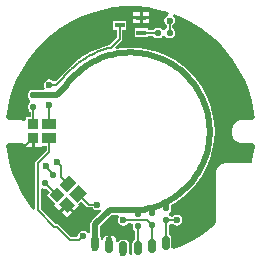
<source format=gtl>
G04*
G04 #@! TF.GenerationSoftware,Altium Limited,Altium Designer,20.0.13 (296)*
G04*
G04 Layer_Physical_Order=1*
G04 Layer_Color=255*
%FSLAX25Y25*%
%MOIN*%
G70*
G01*
G75*
%ADD10C,0.00787*%
%ADD11C,0.00591*%
G04:AMPARAMS|DCode=12|XSize=21.65mil|YSize=21.65mil|CornerRadius=5.41mil|HoleSize=0mil|Usage=FLASHONLY|Rotation=180.000|XOffset=0mil|YOffset=0mil|HoleType=Round|Shape=RoundedRectangle|*
%AMROUNDEDRECTD12*
21,1,0.02165,0.01083,0,0,180.0*
21,1,0.01083,0.02165,0,0,180.0*
1,1,0.01083,-0.00541,0.00541*
1,1,0.01083,0.00541,0.00541*
1,1,0.01083,0.00541,-0.00541*
1,1,0.01083,-0.00541,-0.00541*
%
%ADD12ROUNDEDRECTD12*%
G04:AMPARAMS|DCode=13|XSize=21.65mil|YSize=21.65mil|CornerRadius=5.41mil|HoleSize=0mil|Usage=FLASHONLY|Rotation=135.000|XOffset=0mil|YOffset=0mil|HoleType=Round|Shape=RoundedRectangle|*
%AMROUNDEDRECTD13*
21,1,0.02165,0.01083,0,0,135.0*
21,1,0.01083,0.02165,0,0,135.0*
1,1,0.01083,0.00000,0.00766*
1,1,0.01083,0.00766,0.00000*
1,1,0.01083,0.00000,-0.00766*
1,1,0.01083,-0.00766,0.00000*
%
%ADD13ROUNDEDRECTD13*%
%ADD14R,0.03347X0.01772*%
G04:AMPARAMS|DCode=15|XSize=21.65mil|YSize=21.65mil|CornerRadius=5.41mil|HoleSize=0mil|Usage=FLASHONLY|Rotation=90.000|XOffset=0mil|YOffset=0mil|HoleType=Round|Shape=RoundedRectangle|*
%AMROUNDEDRECTD15*
21,1,0.02165,0.01083,0,0,90.0*
21,1,0.01083,0.02165,0,0,90.0*
1,1,0.01083,0.00541,0.00541*
1,1,0.01083,0.00541,-0.00541*
1,1,0.01083,-0.00541,-0.00541*
1,1,0.01083,-0.00541,0.00541*
%
%ADD15ROUNDEDRECTD15*%
G04:AMPARAMS|DCode=16|XSize=23.62mil|YSize=47.24mil|CornerRadius=5.91mil|HoleSize=0mil|Usage=FLASHONLY|Rotation=180.000|XOffset=0mil|YOffset=0mil|HoleType=Round|Shape=RoundedRectangle|*
%AMROUNDEDRECTD16*
21,1,0.02362,0.03543,0,0,180.0*
21,1,0.01181,0.04724,0,0,180.0*
1,1,0.01181,-0.00591,0.01772*
1,1,0.01181,0.00591,0.01772*
1,1,0.01181,0.00591,-0.01772*
1,1,0.01181,-0.00591,-0.01772*
%
%ADD16ROUNDEDRECTD16*%
%ADD17R,0.03740X0.03819*%
%ADD18R,0.04528X0.03819*%
%ADD19R,0.03740X0.03347*%
%ADD20R,0.04528X0.03347*%
G04:AMPARAMS|DCode=21|XSize=33.47mil|YSize=45.28mil|CornerRadius=0mil|HoleSize=0mil|Usage=FLASHONLY|Rotation=315.000|XOffset=0mil|YOffset=0mil|HoleType=Round|Shape=Rectangle|*
%AMROTATEDRECTD21*
4,1,4,-0.02784,-0.00418,0.00418,0.02784,0.02784,0.00418,-0.00418,-0.02784,-0.02784,-0.00418,0.0*
%
%ADD21ROTATEDRECTD21*%

G04:AMPARAMS|DCode=22|XSize=33.47mil|YSize=37.4mil|CornerRadius=0mil|HoleSize=0mil|Usage=FLASHONLY|Rotation=315.000|XOffset=0mil|YOffset=0mil|HoleType=Round|Shape=Rectangle|*
%AMROTATEDRECTD22*
4,1,4,-0.02506,-0.00139,0.00139,0.02506,0.02506,0.00139,-0.00139,-0.02506,-0.02506,-0.00139,0.0*
%
%ADD22ROTATEDRECTD22*%

G04:AMPARAMS|DCode=23|XSize=38.19mil|YSize=45.28mil|CornerRadius=0mil|HoleSize=0mil|Usage=FLASHONLY|Rotation=315.000|XOffset=0mil|YOffset=0mil|HoleType=Round|Shape=Rectangle|*
%AMROTATEDRECTD23*
4,1,4,-0.02951,-0.00251,0.00251,0.02951,0.02951,0.00251,-0.00251,-0.02951,-0.02951,-0.00251,0.0*
%
%ADD23ROTATEDRECTD23*%

G04:AMPARAMS|DCode=24|XSize=37.4mil|YSize=38.19mil|CornerRadius=0mil|HoleSize=0mil|Usage=FLASHONLY|Rotation=225.000|XOffset=0mil|YOffset=0mil|HoleType=Round|Shape=Rectangle|*
%AMROTATEDRECTD24*
4,1,4,-0.00028,0.02673,0.02673,-0.00028,0.00028,-0.02673,-0.02673,0.00028,-0.00028,0.02673,0.0*
%
%ADD24ROTATEDRECTD24*%

%ADD38C,0.01968*%
%ADD39C,0.02362*%
G36*
X5719Y41352D02*
X9478Y40655D01*
X12603Y39774D01*
X12735Y39564D01*
X12356Y38685D01*
X12301Y38674D01*
X11715Y38283D01*
X11323Y37697D01*
X11186Y37006D01*
X11323Y36314D01*
X11715Y35728D01*
X12089Y35478D01*
Y34497D01*
X12009Y34482D01*
X11635Y34231D01*
X11447Y33950D01*
X11024Y33900D01*
X10600Y33950D01*
X10413Y34231D01*
X10038Y34482D01*
X9596Y34569D01*
X8514D01*
X8072Y34482D01*
X7698Y34231D01*
X7448Y33857D01*
X7432Y33777D01*
X5906D01*
Y34350D01*
X1378D01*
Y31398D01*
X5906D01*
Y31971D01*
X7432D01*
X7448Y31891D01*
X7698Y31517D01*
X8072Y31266D01*
X8514Y31179D01*
X9596D01*
X10038Y31266D01*
X10413Y31517D01*
X10600Y31798D01*
X11024Y31848D01*
X11447Y31798D01*
X11635Y31517D01*
X12009Y31266D01*
X12451Y31179D01*
X13533D01*
X13975Y31266D01*
X14349Y31517D01*
X14600Y31891D01*
X14687Y32333D01*
Y33415D01*
X14600Y33857D01*
X14349Y34231D01*
X13975Y34482D01*
X13895Y34497D01*
Y35478D01*
X14269Y35728D01*
X14661Y36314D01*
X14798Y37006D01*
X14661Y37697D01*
X14269Y38283D01*
X14042Y38434D01*
X14407Y39138D01*
X16727Y38248D01*
X20156Y36557D01*
X23416Y34560D01*
X26479Y32272D01*
X29321Y29715D01*
X31916Y26908D01*
X34244Y23875D01*
X36285Y20642D01*
X38021Y17235D01*
X39439Y13685D01*
X40525Y10019D01*
X41272Y6270D01*
X41442Y4650D01*
X41403Y4569D01*
X40905Y4016D01*
X40828Y3968D01*
X37402D01*
X37323Y3952D01*
X37244Y3960D01*
X36860Y3922D01*
X36634Y3854D01*
X36403Y3808D01*
X35693Y3514D01*
X35173Y3166D01*
X34629Y2623D01*
X34629Y2623D01*
X34281Y2102D01*
X34281Y2102D01*
X33988Y1392D01*
X33942Y1161D01*
X33873Y935D01*
X33835Y551D01*
X33843Y472D01*
X33827Y394D01*
Y-394D01*
X33843Y-472D01*
X33835Y-551D01*
X33873Y-935D01*
X33942Y-1161D01*
X33988Y-1392D01*
X34281Y-2102D01*
X34629Y-2623D01*
X35173Y-3166D01*
X35173Y-3166D01*
X35693Y-3514D01*
X35693Y-3514D01*
X36403Y-3808D01*
X36634Y-3854D01*
X36860Y-3922D01*
X37244Y-3960D01*
X37323Y-3952D01*
X37402Y-3968D01*
X40828D01*
X40905Y-4015D01*
X41403Y-4569D01*
X41442Y-4650D01*
X41394Y-5111D01*
X41185Y-6587D01*
X40923Y-8055D01*
X40609Y-9514D01*
X40426Y-10236D01*
X40426Y-10236D01*
X40411Y-10295D01*
X40345Y-10397D01*
X40249Y-10471D01*
X40134Y-10510D01*
X31920D01*
X31842Y-10526D01*
X31763Y-10518D01*
X31379Y-10556D01*
X31153Y-10624D01*
X30922Y-10670D01*
X30213Y-10964D01*
X29692Y-11312D01*
X29149Y-11855D01*
X29149Y-11855D01*
X28800Y-12376D01*
X28800Y-12376D01*
X28506Y-13086D01*
X28460Y-13317D01*
X28392Y-13543D01*
X28354Y-13927D01*
X28362Y-14006D01*
X28346Y-14084D01*
Y-30465D01*
X28331Y-30538D01*
X28301Y-30607D01*
X28257Y-30669D01*
X26815Y-31994D01*
X23761Y-34324D01*
X20504Y-36363D01*
X17075Y-38094D01*
X14330Y-39176D01*
X13964Y-38975D01*
X13606Y-38615D01*
Y-35236D01*
X13514Y-34775D01*
X13253Y-34385D01*
X12862Y-34124D01*
X12714Y-34094D01*
Y-31151D01*
X12794Y-31135D01*
X13168Y-30885D01*
X13259Y-30749D01*
X14054Y-30710D01*
X14142Y-30737D01*
X14187Y-30805D01*
X14773Y-31196D01*
X15464Y-31334D01*
X16156Y-31196D01*
X16742Y-30805D01*
X17133Y-30219D01*
X17271Y-29528D01*
X17133Y-28836D01*
X16742Y-28250D01*
X16156Y-27859D01*
X15464Y-27721D01*
X14773Y-27859D01*
X14187Y-28250D01*
X14142Y-28318D01*
X14054Y-28345D01*
X13259Y-28306D01*
X13168Y-28170D01*
X12887Y-27982D01*
X12837Y-27559D01*
X12887Y-27136D01*
X13168Y-26948D01*
X13419Y-26574D01*
X13506Y-26132D01*
Y-25049D01*
X13419Y-24608D01*
X14068Y-24163D01*
X14895Y-23706D01*
X17456Y-21889D01*
X19797Y-19797D01*
X21889Y-17456D01*
X23706Y-14895D01*
X25224Y-12147D01*
X26426Y-9247D01*
X27295Y-6230D01*
X27821Y-3135D01*
X27997Y0D01*
X27821Y3135D01*
X27295Y6230D01*
X26426Y9247D01*
X25224Y12147D01*
X23706Y14895D01*
X21889Y17456D01*
X19797Y19797D01*
X17456Y21889D01*
X14895Y23706D01*
X12147Y25224D01*
X9247Y26426D01*
X6230Y27295D01*
X3135Y27821D01*
X0Y27997D01*
X-3135Y27821D01*
X-4651Y27563D01*
X-5030Y28297D01*
X-3003Y30324D01*
X-2807Y30617D01*
X-2739Y30963D01*
Y33957D01*
X-1378D01*
Y36909D01*
X-5906D01*
Y33957D01*
X-4545D01*
Y31337D01*
X-7095Y28787D01*
X-9800Y28008D01*
X-12875Y26734D01*
X-15787Y25125D01*
X-18501Y23199D01*
X-20982Y20982D01*
X-23125Y18583D01*
Y18583D01*
X-23124Y18559D01*
X-24853Y16830D01*
X-25773Y16902D01*
X-25790Y16927D01*
X-26376Y17319D01*
X-27067Y17456D01*
X-27758Y17319D01*
X-28344Y16927D01*
X-28736Y16341D01*
X-28873Y15650D01*
X-28736Y14958D01*
X-28495Y14598D01*
X-28787Y13874D01*
X-28844Y13810D01*
X-31396D01*
X-31399Y13812D01*
X-31841Y13900D01*
X-32923D01*
X-33365Y13812D01*
X-33739Y13562D01*
X-33989Y13188D01*
X-34077Y12746D01*
Y11663D01*
X-33989Y11222D01*
X-33739Y10847D01*
X-33458Y10660D01*
X-33408Y10236D01*
X-33458Y9813D01*
X-33739Y9625D01*
X-33989Y9251D01*
X-34077Y8809D01*
Y7726D01*
X-33989Y7285D01*
X-33739Y6910D01*
X-33365Y6660D01*
X-33285Y6644D01*
Y4744D01*
X-34843D01*
Y3892D01*
X-34969Y3754D01*
X-35630Y3471D01*
X-35693Y3514D01*
X-35694Y3514D01*
X-36403Y3808D01*
X-36634Y3854D01*
X-36860Y3922D01*
X-37244Y3960D01*
X-37323Y3952D01*
X-37402Y3968D01*
X-40828D01*
X-40905Y4016D01*
X-41403Y4569D01*
X-41442Y4650D01*
X-41272Y6270D01*
X-40525Y10019D01*
X-39439Y13685D01*
X-38021Y17235D01*
X-36285Y20642D01*
X-34244Y23875D01*
X-31916Y26908D01*
X-29321Y29715D01*
X-26479Y32272D01*
X-23416Y34560D01*
X-20156Y36557D01*
X-16727Y38248D01*
X-13158Y39617D01*
X-9478Y40655D01*
X-5719Y41352D01*
X-1911Y41701D01*
X1911D01*
X5719Y41352D01*
D02*
G37*
G36*
X-31882Y-5114D02*
X-29512D01*
Y-4705D01*
X-27970D01*
Y-6319D01*
X-28887Y-7235D01*
X-28887Y-7235D01*
X-31544Y-9893D01*
X-31740Y-10186D01*
X-31809Y-10531D01*
Y-25750D01*
X-32596Y-26019D01*
X-34186Y-23959D01*
X-36244Y-20715D01*
X-37995Y-17295D01*
X-39424Y-13729D01*
X-40519Y-10046D01*
X-41271Y-6279D01*
X-41442Y-4650D01*
X-41403Y-4569D01*
X-40905Y-4015D01*
X-40828Y-3968D01*
X-37402D01*
X-37323Y-3952D01*
X-37244Y-3960D01*
X-36860Y-3922D01*
X-36634Y-3854D01*
X-36403Y-3808D01*
X-36039Y-3657D01*
X-35252Y-4101D01*
Y-5114D01*
X-32882D01*
Y-2205D01*
X-31882D01*
Y-5114D01*
D02*
G37*
G36*
X-28999Y-19070D02*
X-28557Y-19158D01*
X-28116Y-19070D01*
X-28048Y-19025D01*
X-26891Y-20182D01*
X-27992Y-21283D01*
X-25136Y-24139D01*
X-25425Y-24429D01*
X-23721Y-26132D01*
X-21692Y-24103D01*
X-21339Y-24456D01*
X-20985Y-24103D01*
X-18928Y-26160D01*
X-17252Y-24484D01*
X-17541Y-24195D01*
X-16451Y-23105D01*
X-14508Y-25048D01*
X-14215Y-25244D01*
X-13869Y-25313D01*
X-12649D01*
X-12399Y-25687D01*
X-11813Y-26078D01*
X-11122Y-26216D01*
X-10431Y-26078D01*
X-10291Y-25985D01*
X-9789Y-26597D01*
X-12946Y-29754D01*
X-13295Y-30275D01*
X-13417Y-30889D01*
X-13417Y-30889D01*
Y-33654D01*
X-14204Y-33892D01*
X-14451Y-33522D01*
X-15037Y-33131D01*
X-15729Y-32993D01*
X-16420Y-33131D01*
X-17006Y-33522D01*
X-17398Y-34108D01*
X-17535Y-34800D01*
X-18226Y-35205D01*
X-19690D01*
X-23785Y-31110D01*
X-24078Y-30915D01*
X-24423Y-30846D01*
X-25062D01*
X-30002Y-25905D01*
Y-19188D01*
X-29215Y-18926D01*
X-28999Y-19070D01*
D02*
G37*
G36*
X-4082Y-27752D02*
X-3790Y-28476D01*
X-4031Y-28836D01*
X-4169Y-29528D01*
X-4031Y-30219D01*
X-3639Y-30805D01*
X-3053Y-31196D01*
X-2362Y-31334D01*
X-1671Y-31196D01*
X-1085Y-30805D01*
X-835Y-30431D01*
X-32D01*
X667Y-30955D01*
Y-32037D01*
X755Y-32479D01*
X1005Y-32853D01*
X1379Y-33104D01*
X1459Y-33119D01*
Y-36063D01*
X1311Y-36092D01*
X920Y-36353D01*
X659Y-36744D01*
X567Y-37205D01*
Y-38721D01*
X556Y-38780D01*
X567Y-38838D01*
Y-40748D01*
X2Y-41068D01*
X-78Y-41022D01*
X-334Y-40806D01*
X-429Y-40697D01*
X-567Y-40398D01*
Y-37205D01*
X-659Y-36744D01*
X-920Y-36353D01*
X-1311Y-36092D01*
X-1772Y-36000D01*
X-2953D01*
X-3414Y-36092D01*
X-3804Y-36353D01*
X-4065Y-36744D01*
X-4087Y-36853D01*
X-4874Y-36775D01*
Y-36417D01*
X-4998Y-35797D01*
X-5349Y-35271D01*
X-5875Y-34919D01*
X-6496Y-34796D01*
X-6587D01*
Y-38189D01*
X-7587D01*
Y-34796D01*
X-7677D01*
X-8298Y-34919D01*
X-8824Y-35271D01*
X-9175Y-35797D01*
X-9229Y-36065D01*
X-10016Y-35988D01*
Y-35236D01*
X-10108Y-34775D01*
X-10205Y-34629D01*
Y-31554D01*
X-6339Y-27688D01*
X-4139D01*
X-4082Y-27752D01*
D02*
G37*
%LPC*%
G36*
X6315Y39878D02*
X4142D01*
Y38492D01*
X6315D01*
Y39878D01*
D02*
G37*
G36*
X3142D02*
X969D01*
Y38492D01*
X3142D01*
Y39878D01*
D02*
G37*
G36*
X6315Y37492D02*
X4142D01*
Y36106D01*
X6315D01*
Y37492D01*
D02*
G37*
G36*
X3142D02*
X969D01*
Y36106D01*
X3142D01*
Y37492D01*
D02*
G37*
G36*
X-21339Y-25163D02*
X-23014Y-26839D01*
X-21311Y-28543D01*
X-19635Y-26867D01*
X-21339Y-25163D01*
D02*
G37*
%LPD*%
D10*
X-18630Y-27165D02*
X-15748D01*
X7684Y-26568D02*
Y-25386D01*
X12409Y-24993D02*
Y-23812D01*
X3642Y37992D02*
X7874D01*
X3642Y37992D02*
X3642Y37992D01*
X7087Y-27165D02*
X7684Y-26568D01*
Y-25386D02*
X7874Y-25197D01*
X11811Y-25591D02*
X12409Y-24993D01*
Y-23812D02*
X12598Y-23622D01*
X-21339Y-24456D02*
X-21339D01*
X-18630Y-27165D01*
X-32382Y-2244D02*
Y-2205D01*
X-36437Y-6299D02*
X-32382Y-2244D01*
X-36614Y-6299D02*
X-36437D01*
D11*
X-6715Y27945D02*
X-7678Y27696D01*
X-8633Y27413D01*
X-9577Y27098D01*
X-10509Y26750D01*
X-11429Y26370D01*
X-12336Y25958D01*
X-13227Y25515D01*
X-14103Y25042D01*
X-14962Y24539D01*
X-15802Y24006D01*
X-16624Y23444D01*
X-17426Y22855D01*
X-18207Y22238D01*
X-18966Y21594D01*
X-19702Y20924D01*
X-20415Y20229D01*
X-21103Y19510D01*
X-21766Y18768D01*
X-22403Y18003D01*
X-16035Y-34800D02*
X-15729D01*
X-17344Y-36108D02*
X-16035Y-34800D01*
X-24423Y-31749D02*
X-20064Y-36108D01*
X-17344D01*
X-30906Y-26280D02*
X-25436Y-31749D01*
X-24423D01*
X-30906Y-26280D02*
Y-10531D01*
X-28248Y-7874D01*
X-28248D01*
X-27067Y-6693D01*
X-25689Y-14370D02*
Y-14258D01*
X-28051Y-11895D02*
X-25689Y-14258D01*
X-28051Y-11895D02*
Y-11614D01*
X-24756Y15650D02*
X-22403Y18003D01*
X-2362Y-29528D02*
X5512D01*
X-13869Y-24409D02*
X-11122D01*
X-17580Y-20698D02*
X-13869Y-24409D01*
X-20893Y-17385D02*
Y-17385D01*
X-23018Y-15260D02*
X-20893Y-17385D01*
X-23018Y-15260D02*
Y-11627D01*
X-24508Y-10138D02*
X-23018Y-11627D01*
X2362Y-38780D02*
Y-31496D01*
Y-38976D02*
Y-38780D01*
X-27067Y-6693D02*
Y-2205D01*
X5512Y-29528D02*
X7087Y-31102D01*
X-17580Y-20698D02*
X-17580D01*
X11811Y-29528D02*
X15464D01*
X-27067Y2480D02*
Y8760D01*
X-6630Y27975D02*
X-3642Y30963D01*
Y35433D01*
X-27067Y15650D02*
X-24756D01*
X12992Y32874D02*
Y37006D01*
X11811Y-37008D02*
Y-29528D01*
X7087Y-38189D02*
Y-31102D01*
X-28557Y-17238D02*
X-28557D01*
X-24652Y-21144D01*
X-24651D01*
X3642Y32874D02*
X9055D01*
X3642Y32874D02*
X3642Y32874D01*
X-32382Y2480D02*
Y8268D01*
D12*
X11811Y-25591D02*
D03*
Y-29528D02*
D03*
X7087Y-27165D02*
D03*
Y-31102D02*
D03*
X-32382Y12205D02*
D03*
Y8268D02*
D03*
X2362Y-27559D02*
D03*
Y-31496D02*
D03*
D13*
X-25773Y-14455D02*
D03*
X-28557Y-17238D02*
D03*
D14*
X3642Y32874D02*
D03*
X3642Y37992D02*
D03*
X-3642Y35433D02*
D03*
D15*
X12992Y32874D02*
D03*
X9055D02*
D03*
D16*
X-11811Y-37008D02*
D03*
X-7087Y-38189D02*
D03*
X-2362Y-38976D02*
D03*
X2362D02*
D03*
X7087Y-38189D02*
D03*
X11811Y-37008D02*
D03*
D17*
X-32382Y-2205D02*
D03*
D18*
X-27067D02*
D03*
D19*
X-32382Y2480D02*
D03*
D20*
X-27067D02*
D03*
D21*
X-20893Y-17385D02*
D03*
D22*
X-24651Y-21144D02*
D03*
D23*
X-17580Y-20698D02*
D03*
D24*
X-21339Y-24456D02*
D03*
D38*
X3346Y-26165D02*
X4334Y-26019D01*
X5316Y-25837D01*
X6290Y-25617D01*
X7254Y-25361D01*
X8209Y-25068D01*
X9152Y-24739D01*
X10081Y-24375D01*
X10996Y-23977D01*
X11896Y-23543D01*
X12778Y-23076D01*
X13642Y-22576D01*
X14487Y-22044D01*
X15311Y-21480D01*
X16113Y-20885D01*
X16891Y-20260D01*
X17646Y-19607D01*
X18375Y-18925D01*
X19078Y-18216D01*
X19754Y-17481D01*
X20401Y-16721D01*
X21019Y-15937D01*
X21607Y-15130D01*
X22164Y-14302D01*
X22690Y-13453D01*
X23183Y-12584D01*
X23642Y-11698D01*
X24068Y-10795D01*
X24459Y-9877D01*
X24815Y-8944D01*
X25136Y-7998D01*
X25421Y-7041D01*
X25669Y-6075D01*
X25881Y-5099D01*
X26055Y-4116D01*
X26192Y-3127D01*
X26291Y-2134D01*
X26353Y-1137D01*
X26378Y-139D01*
X26364Y859D01*
X26313Y1856D01*
X26223Y2851D01*
X26097Y3841D01*
X25933Y4826D01*
X25732Y5804D01*
X25493Y6773D01*
X25219Y7733D01*
X24908Y8682D01*
X24562Y9618D01*
X24180Y10541D01*
X23764Y11448D01*
X23314Y12339D01*
X22830Y13213D01*
X22314Y14067D01*
X21766Y14901D01*
X21186Y15714D01*
X20576Y16505D01*
X19937Y17272D01*
X19269Y18014D01*
X18574Y18730D01*
X17852Y19420D01*
X17104Y20081D01*
X16332Y20714D01*
X15536Y21317D01*
X14718Y21890D01*
X13880Y22431D01*
X13021Y22940D01*
X12143Y23416D01*
X11249Y23859D01*
X10338Y24268D01*
X9412Y24642D01*
X8473Y24980D01*
X7521Y25283D01*
X6559Y25549D01*
X5588Y25779D01*
X4608Y25972D01*
X3622Y26128D01*
X2631Y26246D01*
X1636Y26327D01*
X638Y26370D01*
X-360Y26375D01*
X-1358Y26343D01*
X-2354Y26273D01*
X-3346Y26165D01*
X-4334Y26019D01*
X-5316Y25837D01*
X-6289Y25617D01*
X-7254Y25361D01*
X-8209Y25068D01*
X-9151Y24740D01*
X-10081Y24375D01*
X-10996Y23977D01*
X-11896Y23543D01*
X-12778Y23076D01*
X-13642Y22576D01*
X-14487Y22044D01*
X-15311Y21480D01*
X-16112Y20885D01*
X-16891Y20260D01*
X-17646Y19607D01*
X-18375Y18925D01*
X-19078Y18216D01*
X-19754Y17481D01*
X-20401Y16721D01*
X-21019Y15937D01*
X-21607Y15130D01*
X-21608Y15130D01*
X-21608Y15130D02*
X-21608Y15130D01*
X-7004Y-26083D02*
X3295D01*
X-24533Y12205D02*
X-21608Y15130D01*
X-32382Y12205D02*
X-24533D01*
X-11811Y-37008D02*
Y-30889D01*
X-7004Y-26083D01*
D39*
X-7677Y-32382D02*
D03*
X-24508Y-28543D02*
D03*
X-39548Y-8038D02*
D03*
X-34350Y-14370D02*
D03*
X36215Y9391D02*
D03*
X37790Y-6357D02*
D03*
X33065Y15690D02*
D03*
X34640Y12541D02*
D03*
X33065Y9391D02*
D03*
X29916Y21990D02*
D03*
X31490Y18840D02*
D03*
X29916Y15690D02*
D03*
X31490Y12541D02*
D03*
X29916Y9391D02*
D03*
X31490Y6242D02*
D03*
X29916Y3092D02*
D03*
Y-3207D02*
D03*
X28341Y25139D02*
D03*
X26766Y21990D02*
D03*
X28341Y18840D02*
D03*
X26766Y15690D02*
D03*
X28341Y12541D02*
D03*
X23617Y28289D02*
D03*
X25191Y25139D02*
D03*
X23617Y21990D02*
D03*
X25191Y18840D02*
D03*
Y-18955D02*
D03*
X23617Y-22105D02*
D03*
X25191Y-25255D02*
D03*
X23617Y-28404D02*
D03*
X22042Y31438D02*
D03*
X20467Y28289D02*
D03*
X22042Y25139D02*
D03*
X20467Y21990D02*
D03*
Y-22105D02*
D03*
X22042Y-25255D02*
D03*
X20467Y-28404D02*
D03*
X22042Y-31554D02*
D03*
X18892Y31438D02*
D03*
X17317Y28289D02*
D03*
X18892Y25139D02*
D03*
X17317Y-34703D02*
D03*
X15742Y31438D02*
D03*
X14168Y28289D02*
D03*
X15742Y25139D02*
D03*
X11018Y28289D02*
D03*
X7868D02*
D03*
X-6Y31438D02*
D03*
X-1580Y-34703D02*
D03*
X-7880Y34588D02*
D03*
X-6305Y31438D02*
D03*
X-9454Y37738D02*
D03*
X-11029Y34588D02*
D03*
X-9454Y31438D02*
D03*
X-12604Y37738D02*
D03*
X-14179Y34588D02*
D03*
X-12604Y31438D02*
D03*
X-14179Y28289D02*
D03*
X-17328Y34588D02*
D03*
X-15754Y31438D02*
D03*
X-17328Y28289D02*
D03*
X-15754Y-31554D02*
D03*
X-20478Y34588D02*
D03*
X-18903Y31438D02*
D03*
X-20478Y28289D02*
D03*
X-18903Y25139D02*
D03*
Y-31554D02*
D03*
X-22053Y31438D02*
D03*
X-23628Y28289D02*
D03*
X-22053Y25139D02*
D03*
X-23628Y21990D02*
D03*
X-25203Y31438D02*
D03*
X-26777Y28289D02*
D03*
X-25203Y25139D02*
D03*
X-26777Y21990D02*
D03*
X-25203Y18840D02*
D03*
X-28352Y25139D02*
D03*
X-29927Y21990D02*
D03*
X-28352Y18840D02*
D03*
Y-25255D02*
D03*
X-31502Y25139D02*
D03*
X-33077Y21990D02*
D03*
X-31502Y18840D02*
D03*
X-33077Y15690D02*
D03*
X-34651Y18840D02*
D03*
X-36226Y15690D02*
D03*
Y9391D02*
D03*
X-37801Y12541D02*
D03*
X-39376Y9391D02*
D03*
X-37801Y6242D02*
D03*
X-33071Y-18799D02*
D03*
X-15729Y-34800D02*
D03*
X-28051Y-11614D02*
D03*
X-2362Y-29528D02*
D03*
X-11122Y-24409D02*
D03*
X-15748Y-27165D02*
D03*
X-24508Y-10138D02*
D03*
X-7087Y-36122D02*
D03*
X2362Y-38780D02*
D03*
X-2362Y-40551D02*
D03*
X15464Y-29528D02*
D03*
X-27067Y8760D02*
D03*
Y15650D02*
D03*
X12992Y37006D02*
D03*
X-11885Y-38976D02*
D03*
X7874Y37992D02*
D03*
X-36614Y-6299D02*
D03*
M02*

</source>
